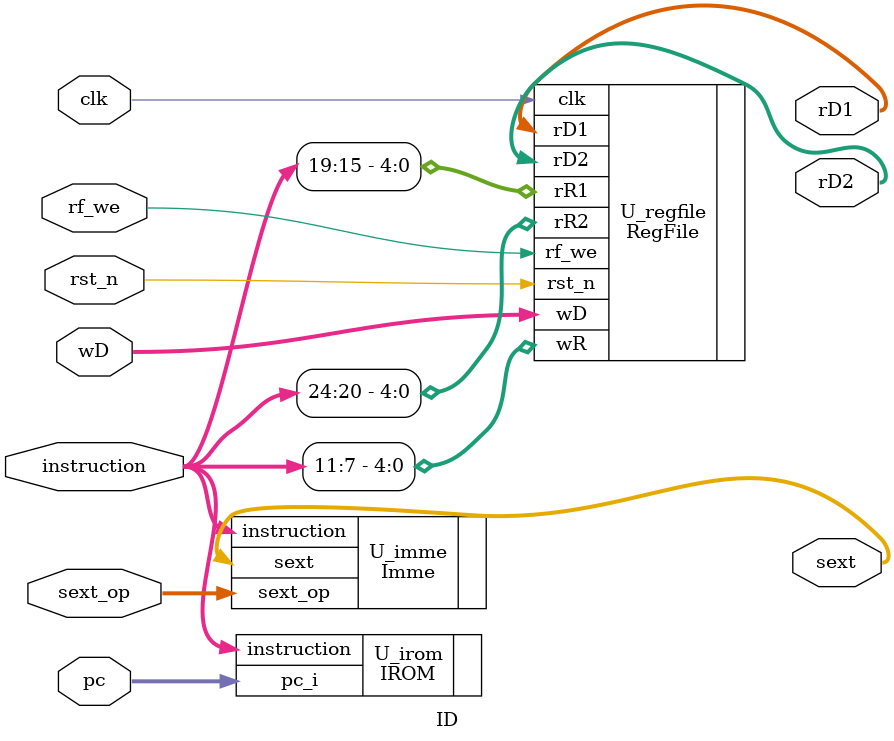
<source format=v>
`timescale 1ns / 1ps

module ID(
    input           clk,
    input           rst_n,
    input           rf_we,
    input  [2:0]    sext_op,
    input  [31:0]   pc,
    input  [31:0]   wD,
    input  [31:0]   instruction,
    output [31:0]   sext,
    output [31:0]   rD1,
    output [31:0]   rD2
    );
    
    IROM U_irom(
        .pc_i(pc),
        .instruction(instruction)
    );
    
    Imme U_imme(
        .sext_op(sext_op),
        .instruction(instruction),
        .sext(sext)
    );
    
    RegFile U_regfile(
        .clk(clk),         
        .rst_n(rst_n),        
        .rR1(instruction[19:15]),     
        .rR2(instruction[24:20]),     
        .wR(instruction[11:7]),      
        .wD(wD),      
        .rf_we(rf_we),       
        .rD1(rD1),  
        .rD2(rD2) 
    );
endmodule
  
</source>
